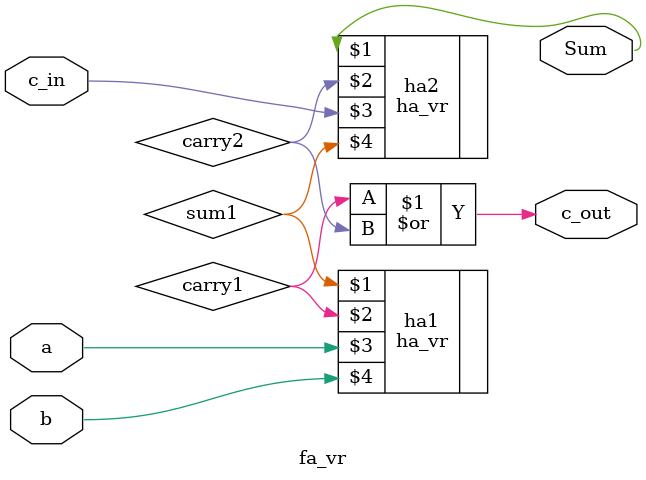
<source format=v>

module fa_vr (output wire Sum, output wire c_out, input wire a, input wire b, input wire c_in);

  wire sum1, carry1, carry2;
  
  ha_vr ha1 (sum1, carry1, a, b);
  ha_vr ha2 (Sum, carry2, c_in, sum1);
  or or1 (c_out, carry1, carry2);

endmodule
</source>
